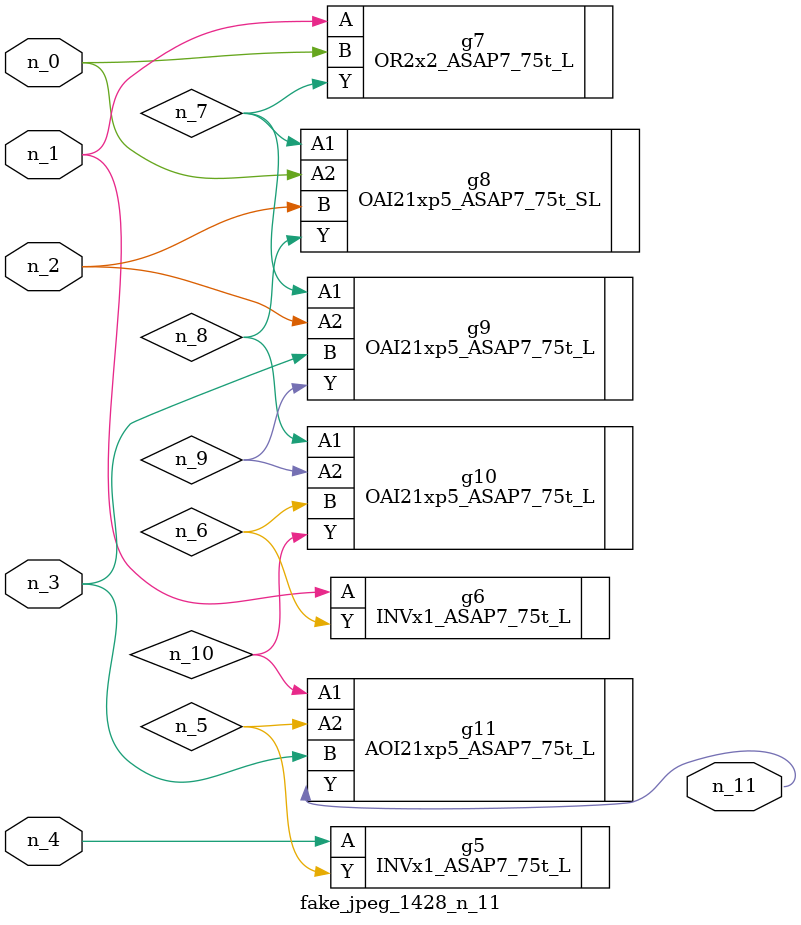
<source format=v>
module fake_jpeg_1428_n_11 (n_3, n_2, n_1, n_0, n_4, n_11);

input n_3;
input n_2;
input n_1;
input n_0;
input n_4;

output n_11;

wire n_10;
wire n_8;
wire n_9;
wire n_6;
wire n_5;
wire n_7;

INVx1_ASAP7_75t_L g5 ( 
.A(n_4),
.Y(n_5)
);

INVx1_ASAP7_75t_L g6 ( 
.A(n_1),
.Y(n_6)
);

OR2x2_ASAP7_75t_L g7 ( 
.A(n_1),
.B(n_0),
.Y(n_7)
);

OAI21xp5_ASAP7_75t_SL g8 ( 
.A1(n_7),
.A2(n_0),
.B(n_2),
.Y(n_8)
);

OAI21xp5_ASAP7_75t_L g10 ( 
.A1(n_8),
.A2(n_9),
.B(n_6),
.Y(n_10)
);

OAI21xp5_ASAP7_75t_L g9 ( 
.A1(n_7),
.A2(n_2),
.B(n_3),
.Y(n_9)
);

AOI21xp5_ASAP7_75t_L g11 ( 
.A1(n_10),
.A2(n_5),
.B(n_3),
.Y(n_11)
);


endmodule
</source>
